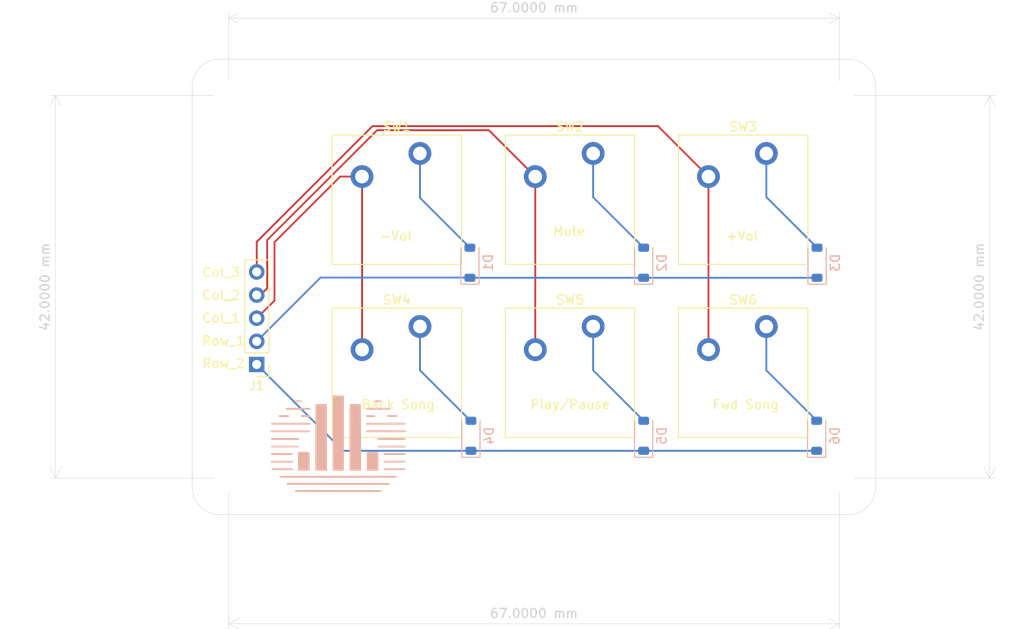
<source format=kicad_pcb>
(kicad_pcb (version 20240108) (generator "pcbnew") (generator_version "8.0")
  (layers (0 "F.Cu" signal) (31 "B.Cu" signal) (34 "B.Paste" user) (35 "F.Paste" user) (36 "B.SilkS" user "B.Silkscreen") (37 "F.SilkS" user "F.Silkscreen") (38 "B.Mask" user) (39 "F.Mask" user) (44 "Edge.Cuts" user))
  (net 0 "")
  (net 1 "Net-(D1-A)")
  (net 2 "Row_1")
  (net 3 "Row_2")
  (net 4 "Net-(D2-A)")
  (net 5 "Net-(D3-A)")
  (net 6 "Net-(D4-A)")
  (net 7 "Net-(D5-A)")
  (net 8 "Net-(D6-A)")
  (net 9 "Column_3")
  (net 10 "Column_2")
  (net 11 "Column_1")
  (footprint "MountingHole:MountingHole_3.2mm_M3" (layer "F.Cu") (at 168 51)
    (property "Reference" "H1" (hide yes))
    (property "Value" "MountingHole")
    (pad "" np_thru_hole circle (at 0 0) (size 3.2 3.2) (drill 3.2) (layers "*.Cu" "*.Mask"))
  )
  (footprint "MountingHole:MountingHole_3.2mm_M3" (layer "F.Cu") (at 101 93)
    (property "Reference" "H3" (hide yes))
    (property "Value" "MountingHole")
    (pad "" np_thru_hole circle (at 0 0) (size 3.2 3.2) (drill 3.2) (layers "*.Cu" "*.Mask"))
  )
  (footprint "MountingHole:MountingHole_3.2mm_M3" (layer "F.Cu") (at 168 93)
    (property "Reference" "H4" (hide yes))
    (property "Value" "MountingHole")
    (pad "" np_thru_hole circle (at 0 0) (size 3.2 3.2) (drill 3.2) (layers "*.Cu" "*.Mask"))
  )
  (footprint "PCM_Switch_Keyboard_Cherry_MX:SW_Cherry_MX_PCB_1.00u" (layer "F.Cu") (at 119.45125 81.43)
    (property "Reference" "SW4" (at 0 -8 0) (layer "F.SilkS"))
    (property "Value" "SW_Push_45deg")
    (pad "" np_thru_hole circle (at -5.08 0) (size 1.75 1.75) (drill 1.75) (layers "*.Cu" "*.Mask"))
    (pad "" np_thru_hole circle (at 0 0) (size 4 4) (drill 4) (layers "*.Cu" "*.Mask"))
    (pad "" np_thru_hole circle (at 5.08 0) (size 1.75 1.75) (drill 1.75) (layers "*.Cu" "*.Mask"))
    (pad "1" thru_hole circle (at -3.81 -2.54) (size 2.5 2.5) (drill 1.5) (layers "*.Cu" "*.Mask") (net 11 "Column_1"))
    (pad "2" thru_hole circle (at 2.54 -5.08) (size 2.5 2.5) (drill 1.5) (layers "*.Cu" "*.Mask") (net 6 "Net-(D4-A)"))
  )
  (footprint "Connector_PinHeader_2.54mm:PinHeader_1x05_P2.54mm_Vertical" (layer "F.Cu") (at 104.08125 80.52 180)
    (property "Reference" "J1" (at 0 -2.33 180) (layer "F.SilkS"))
    (property "Value" "Conn_01x05_Pin")
    (pad "1" thru_hole rect (at 0 0 180) (size 1.7 1.7) (drill 1) (layers "*.Cu" "*.Mask") (net 3 "Row_2"))
    (pad "2" thru_hole oval (at 0 2.54 180) (size 1.7 1.7) (drill 1) (layers "*.Cu" "*.Mask") (net 2 "Row_1"))
    (pad "3" thru_hole oval (at 0 5.08 180) (size 1.7 1.7) (drill 1) (layers "*.Cu" "*.Mask") (net 11 "Column_1"))
    (pad "4" thru_hole oval (at 0 7.62 180) (size 1.7 1.7) (drill 1) (layers "*.Cu" "*.Mask") (net 10 "Column_2"))
    (pad "5" thru_hole oval (at 0 10.16 180) (size 1.7 1.7) (drill 1) (layers "*.Cu" "*.Mask") (net 9 "Column_3"))
  )
  (footprint "PCM_Switch_Keyboard_Cherry_MX:SW_Cherry_MX_PCB_1.00u" (layer "F.Cu") (at 157.45125 81.43)
    (property "Reference" "SW6" (at 0 -8 0) (layer "F.SilkS"))
    (property "Value" "SW_Push_45deg")
    (pad "" np_thru_hole circle (at -5.08 0) (size 1.75 1.75) (drill 1.75) (layers "*.Cu" "*.Mask"))
    (pad "" np_thru_hole circle (at 0 0) (size 4 4) (drill 4) (layers "*.Cu" "*.Mask"))
    (pad "" np_thru_hole circle (at 5.08 0) (size 1.75 1.75) (drill 1.75) (layers "*.Cu" "*.Mask"))
    (pad "1" thru_hole circle (at -3.81 -2.54) (size 2.5 2.5) (drill 1.5) (layers "*.Cu" "*.Mask") (net 9 "Column_3"))
    (pad "2" thru_hole circle (at 2.54 -5.08) (size 2.5 2.5) (drill 1.5) (layers "*.Cu" "*.Mask") (net 8 "Net-(D6-A)"))
  )
  (footprint "PCM_Switch_Keyboard_Cherry_MX:SW_Cherry_MX_PCB_1.00u" (layer "F.Cu") (at 119.44125 62.43)
    (property "Reference" "SW1" (at 0 -8 0) (layer "F.SilkS"))
    (property "Value" "SW_Push_45deg")
    (pad "" np_thru_hole circle (at -5.08 0) (size 1.75 1.75) (drill 1.75) (layers "*.Cu" "*.Mask"))
    (pad "" np_thru_hole circle (at 0 0) (size 4 4) (drill 4) (layers "*.Cu" "*.Mask"))
    (pad "" np_thru_hole circle (at 5.08 0) (size 1.75 1.75) (drill 1.75) (layers "*.Cu" "*.Mask"))
    (pad "1" thru_hole circle (at -3.81 -2.54) (size 2.5 2.5) (drill 1.5) (layers "*.Cu" "*.Mask") (net 11 "Column_1"))
    (pad "2" thru_hole circle (at 2.54 -5.08) (size 2.5 2.5) (drill 1.5) (layers "*.Cu" "*.Mask") (net 1 "Net-(D1-A)"))
  )
  (footprint "PCM_Switch_Keyboard_Cherry_MX:SW_Cherry_MX_PCB_1.00u" (layer "F.Cu") (at 138.45125 62.43)
    (property "Reference" "SW2" (at 0 -8 0) (layer "F.SilkS"))
    (property "Value" "SW_Push_45deg")
    (pad "" np_thru_hole circle (at -5.08 0) (size 1.75 1.75) (drill 1.75) (layers "*.Cu" "*.Mask"))
    (pad "" np_thru_hole circle (at 0 0) (size 4 4) (drill 4) (layers "*.Cu" "*.Mask"))
    (pad "" np_thru_hole circle (at 5.08 0) (size 1.75 1.75) (drill 1.75) (layers "*.Cu" "*.Mask"))
    (pad "1" thru_hole circle (at -3.81 -2.54) (size 2.5 2.5) (drill 1.5) (layers "*.Cu" "*.Mask") (net 10 "Column_2"))
    (pad "2" thru_hole circle (at 2.54 -5.08) (size 2.5 2.5) (drill 1.5) (layers "*.Cu" "*.Mask") (net 4 "Net-(D2-A)"))
  )
  (footprint "MountingHole:MountingHole_3.2mm_M3" (layer "F.Cu") (at 101 51)
    (property "Reference" "H2" (hide yes))
    (property "Value" "MountingHole")
    (pad "" np_thru_hole circle (at 0 0) (size 3.2 3.2) (drill 3.2) (layers "*.Cu" "*.Mask"))
  )
  (footprint "PCM_Switch_Keyboard_Cherry_MX:SW_Cherry_MX_PCB_1.00u" (layer "F.Cu") (at 138.45125 81.43)
    (property "Reference" "SW5" (at 0 -8 0) (layer "F.SilkS"))
    (property "Value" "SW_Push_45deg")
    (pad "" np_thru_hole circle (at -5.08 0) (size 1.75 1.75) (drill 1.75) (layers "*.Cu" "*.Mask"))
    (pad "" np_thru_hole circle (at 0 0) (size 4 4) (drill 4) (layers "*.Cu" "*.Mask"))
    (pad "" np_thru_hole circle (at 5.08 0) (size 1.75 1.75) (drill 1.75) (layers "*.Cu" "*.Mask"))
    (pad "1" thru_hole circle (at -3.81 -2.54) (size 2.5 2.5) (drill 1.5) (layers "*.Cu" "*.Mask") (net 10 "Column_2"))
    (pad "2" thru_hole circle (at 2.54 -5.08) (size 2.5 2.5) (drill 1.5) (layers "*.Cu" "*.Mask") (net 7 "Net-(D5-A)"))
  )
  (footprint "PCM_Switch_Keyboard_Cherry_MX:SW_Cherry_MX_PCB_1.00u" (layer "F.Cu") (at 157.45125 62.43)
    (property "Reference" "SW3" (at 0 -8 0) (layer "F.SilkS"))
    (property "Value" "SW_Push_45deg")
    (pad "" np_thru_hole circle (at -5.08 0) (size 1.75 1.75) (drill 1.75) (layers "*.Cu" "*.Mask"))
    (pad "" np_thru_hole circle (at 0 0) (size 4 4) (drill 4) (layers "*.Cu" "*.Mask"))
    (pad "" np_thru_hole circle (at 5.08 0) (size 1.75 1.75) (drill 1.75) (layers "*.Cu" "*.Mask"))
    (pad "1" thru_hole circle (at -3.81 -2.54) (size 2.5 2.5) (drill 1.5) (layers "*.Cu" "*.Mask") (net 9 "Column_3"))
    (pad "2" thru_hole circle (at 2.54 -5.08) (size 2.5 2.5) (drill 1.5) (layers "*.Cu" "*.Mask") (net 5 "Net-(D3-A)"))
  )
  (footprint "Diode_SMD:D_SOD-123" (layer "B.Cu") (at 127.58125 88.35 90)
    (property "Reference" "D4" (at 0 2 270) (layer "B.SilkS") (effects (justify mirror)))
    (property "Value" "1N4148W")
    (pad "1" smd roundrect (at -1.65 0 90) (size 0.9 1.2) (layers "B.Cu" "B.Paste" "B.Mask") (net 3 "Row_2"))
    (pad "2" smd roundrect (at 1.65 0 90) (size 0.9 1.2) (layers "B.Cu" "B.Paste" "B.Mask") (net 6 "Net-(D4-A)"))
  )
  (footprint "Diode_SMD:D_SOD-123" (layer "B.Cu") (at 146.53125 69.35 90)
    (property "Reference" "D2" (at 0 2 270) (layer "B.SilkS") (effects (justify mirror)))
    (property "Value" "1N4148W")
    (pad "1" smd roundrect (at -1.65 0 90) (size 0.9 1.2) (layers "B.Cu" "B.Paste" "B.Mask") (net 2 "Row_1"))
    (pad "2" smd roundrect (at 1.65 0 90) (size 0.9 1.2) (layers "B.Cu" "B.Paste" "B.Mask") (net 4 "Net-(D2-A)"))
  )
  (footprint "Diode_SMD:D_SOD-123" (layer "B.Cu") (at 165.50875 88.35 90)
    (property "Reference" "D6" (at 0 2 270) (layer "B.SilkS") (effects (justify mirror)))
    (property "Value" "1N4148W")
    (pad "1" smd roundrect (at -1.65 0 90) (size 0.9 1.2) (layers "B.Cu" "B.Paste" "B.Mask") (net 3 "Row_2"))
    (pad "2" smd roundrect (at 1.65 0 90) (size 0.9 1.2) (layers "B.Cu" "B.Paste" "B.Mask") (net 8 "Net-(D6-A)"))
  )
  (footprint "Pics_&_CustomParts:Logo" (layer "B.Cu") (at 113 89 180)
    (property "Reference" "G***" (hide yes))
    (property "Value" "LOGO" (hide yes))
  )
  (footprint "Diode_SMD:D_SOD-123" (layer "B.Cu") (at 146.53125 88.35 90)
    (property "Reference" "D5" (at 0 2 270) (layer "B.SilkS") (effects (justify mirror)))
    (property "Value" "1N4148W")
    (pad "1" smd roundrect (at -1.65 0 90) (size 0.9 1.2) (layers "B.Cu" "B.Paste" "B.Mask") (net 3 "Row_2"))
    (pad "2" smd roundrect (at 1.65 0 90) (size 0.9 1.2) (layers "B.Cu" "B.Paste" "B.Mask") (net 7 "Net-(D5-A)"))
  )
  (footprint "Diode_SMD:D_SOD-123" (layer "B.Cu") (at 127.46875 69.35 90)
    (property "Reference" "D1" (at 0 2 270) (layer "B.SilkS") (effects (justify mirror)))
    (property "Value" "1N4148W")
    (pad "1" smd roundrect (at -1.65 0 90) (size 0.9 1.2) (layers "B.Cu" "B.Paste" "B.Mask") (net 2 "Row_1"))
    (pad "2" smd roundrect (at 1.65 0 90) (size 0.9 1.2) (layers "B.Cu" "B.Paste" "B.Mask") (net 1 "Net-(D1-A)"))
  )
  (footprint "Diode_SMD:D_SOD-123" (layer "B.Cu") (at 165.55625 69.35 90)
    (property "Reference" "D3" (at 0 2 270) (layer "B.SilkS") (effects (justify mirror)))
    (property "Value" "1N4148W")
    (pad "1" smd roundrect (at -1.65 0 90) (size 0.9 1.2) (layers "B.Cu" "B.Paste" "B.Mask") (net 2 "Row_1"))
    (pad "2" smd roundrect (at 1.65 0 90) (size 0.9 1.2) (layers "B.Cu" "B.Paste" "B.Mask") (net 5 "Net-(D3-A)"))
  )
  (gr_line (start 100 47) (end 169 47) (stroke (width 0.05)) (layer "Edge.Cuts"))
  (gr_arc (start 97 50) (mid 97.87868 47.87868) (end 100 47) (stroke (width 0.05)) (layer "Edge.Cuts"))
  (gr_arc (start 172 94) (mid 171.12132 96.12132) (end 169 97) (stroke (width 0.05)) (layer "Edge.Cuts"))
  (gr_line (start 97 50) (end 97 94) (stroke (width 0.05)) (layer "Edge.Cuts"))
  (gr_arc (start 169 47) (mid 171.12132 47.87868) (end 172 50) (stroke (width 0.05)) (layer "Edge.Cuts"))
  (gr_arc (start 100 97) (mid 97.87868 96.12132) (end 97 94) (stroke (width 0.05)) (layer "Edge.Cuts"))
  (gr_line (start 172 50) (end 172 94) (stroke (width 0.05)) (layer "Edge.Cuts"))
  (gr_line (start 169 97) (end 100 97) (stroke (width 0.05)) (layer "Edge.Cuts"))
  (gr_text "Mute" (at 136.5 66.5 0) (layer "F.SilkS") (effects (font (size 1 1)) (justify left bottom)))
  (gr_text "Col_1\n" (at 98 76 0) (layer "F.SilkS") (effects (font (size 1 1)) (justify left bottom)))
  (gr_text "Play/Pause" (at 134 85.5 0) (layer "F.SilkS") (effects (font (size 1 1)) (justify left bottom)))
  (gr_text "Col_2\n" (at 98 73.5 0) (layer "F.SilkS") (effects (font (size 1 1)) (justify left bottom)))
  (gr_text "Fwd Song\n" (at 154 85.5 0) (layer "F.SilkS") (effects (font (size 1 1)) (justify left bottom)))
  (gr_text "-Vol" (at 117.5 67 0) (layer "F.SilkS") (effects (font (size 1 1)) (justify left bottom)))
  (gr_text "Row_1\n" (at 98 78.5 0) (layer "F.SilkS") (effects (font (size 1 1)) (justify left bottom)))
  (gr_text "Back Song" (at 115.5 85.5 0) (layer "F.SilkS") (effects (font (size 1 1)) (justify left bottom)))
  (gr_text "Row_2" (at 98 81 0) (layer "F.SilkS") (effects (font (size 1 1)) (justify left bottom)))
  (gr_text "+Vol" (at 155.5 67 0) (layer "F.SilkS") (effects (font (size 1 1)) (justify left bottom)))
  (gr_text "Col_3" (at 98 71 0) (layer "F.SilkS") (effects (font (size 1 1)) (justify left bottom)))
  (dimension (type aligned) (layer "Edge.Cuts") (pts (xy 168 51) (xy 168 93)) (height -16.5) (gr_text "42.0000 mm" (at 183.35 72 90) (layer "Edge.Cuts") (effects (font (size 1 1) (thickness 0.15)))) (format (prefix "") (suffix "") (units 3) (units_format 1) (precision 4)) (style (thickness 0.05) (arrow_length 1.27) (text_position_mode 0) (extension_height 0.58642) (extension_offset 0.5) keep_text_aligned))
  (dimension (type aligned) (layer "Edge.Cuts") (pts (xy 101 51) (xy 168 51)) (height -8.5) (gr_text "67.0000 mm" (at 134.5 41.35 0) (layer "Edge.Cuts") (effects (font (size 1 1) (thickness 0.15)))) (format (prefix "") (suffix "") (units 3) (units_format 1) (precision 4)) (style (thickness 0.05) (arrow_length 1.27) (text_position_mode 0) (extension_height 0.58642) (extension_offset 0.5) keep_text_aligned))
  (dimension (type aligned) (layer "Edge.Cuts") (pts (xy 101 51) (xy 101 93)) (height 19) (gr_text "42.0000 mm" (at 80.85 72 90) (layer "Edge.Cuts") (effects (font (size 1 1) (thickness 0.15)))) (format (prefix "") (suffix "") (units 3) (units_format 1) (precision 4)) (style (thickness 0.05) (arrow_length 1.27) (text_position_mode 0) (extension_height 0.58642) (extension_offset 0.5) keep_text_aligned))
  (dimension (type aligned) (layer "Edge.Cuts") (pts (xy 168 93) (xy 101 93)) (height -16) (gr_text "67.0000 mm" (at 134.5 107.85 0) (layer "Edge.Cuts") (effects (font (size 1 1) (thickness 0.15)))) (format (prefix "") (suffix "") (units 3) (units_format 1) (precision 4)) (style (thickness 0.05) (arrow_length 1.27) (text_position_mode 0) (extension_height 0.58642) (extension_offset 0.5) keep_text_aligned))
  (segment (start 121.99125 57.35) (end 121.99125 62.2225) (width 0.2) (layer "B.Cu") (net 1))
  (segment (start 121.99125 62.2225) (end 127.46875 67.7) (width 0.2) (layer "B.Cu") (net 1))
  (segment (start 146.53125 71) (end 165.55625 71) (width 0.2) (layer "B.Cu") (net 2))
  (segment (start 111.08375 70.9775) (end 127.46875 70.9775) (width 0.2) (layer "B.Cu") (net 2))
  (segment (start 127.46875 70.9775) (end 127.54125 71.05) (width 0.2) (layer "B.Cu") (net 2))
  (segment (start 165.50875 70.9775) (end 165.53125 71) (width 0.2) (layer "B.Cu") (net 2))
  (segment (start 104.08125 77.98) (end 111.08375 70.9775) (width 0.2) (layer "B.Cu") (net 2))
  (segment (start 127.46875 71) (end 146.53125 71) (width 0.2) (layer "B.Cu") (net 2))
  (segment (start 146.48125 71.05) (end 146.53125 71) (width 0.2) (layer "B.Cu") (net 2))
  (segment (start 127.58125 90) (end 146.53125 90) (width 0.2) (layer "B.Cu") (net 3))
  (segment (start 104.08125 80.52) (end 113.56125 90) (width 0.2) (layer "B.Cu") (net 3))
  (segment (start 146.53125 90) (end 165.50875 90) (width 0.2) (layer "B.Cu") (net 3))
  (segment (start 113.56125 90) (end 127.58125 90) (width 0.2) (layer "B.Cu") (net 3))
  (segment (start 140.99125 57.35) (end 140.99125 62.16) (width 0.2) (layer "B.Cu") (net 4))
  (segment (start 140.99125 62.16) (end 146.53125 67.7) (width 0.2) (layer "B.Cu") (net 4))
  (segment (start 159.99125 57.35) (end 159.99125 62.135) (width 0.2) (layer "B.Cu") (net 5))
  (segment (start 159.99125 62.135) (end 165.55625 67.7) (width 0.2) (layer "B.Cu") (net 5))
  (segment (start 121.99125 81.16) (end 127.58125 86.75) (width 0.2) (layer "B.Cu") (net 6))
  (segment (start 121.99125 76.35) (end 121.99125 81.16) (width 0.2) (layer "B.Cu") (net 6))
  (segment (start 140.99125 81.16) (end 146.53125 86.7) (width 0.2) (layer "B.Cu") (net 7))
  (segment (start 140.99125 76.35) (end 140.99125 81.16) (width 0.2) (layer "B.Cu") (net 7))
  (segment (start 159.99125 76.35) (end 159.99125 81.16) (width 0.2) (layer "B.Cu") (net 8))
  (segment (start 159.99125 81.16) (end 165.50875 86.6775) (width 0.2) (layer "B.Cu") (net 8))
  (segment (start 104.08125 70.36) (end 104.08125 67.05) (width 0.2) (layer "F.Cu") (net 9))
  (segment (start 148.10125 54.35) (end 153.64125 59.89) (width 0.2) (layer "F.Cu") (net 9))
  (segment (start 153.64125 59.89) (end 153.64125 78.89) (width 0.2) (layer "F.Cu") (net 9))
  (segment (start 104.08125 67.05) (end 116.78125 54.35) (width 0.2) (layer "F.Cu") (net 9))
  (segment (start 116.78125 54.35) (end 148.10125 54.35) (width 0.2) (layer "F.Cu") (net 9))
  (segment (start 105.23125 66.85) (end 117.28125 54.8) (width 0.2) (layer "F.Cu") (net 10))
  (segment (start 104.08125 72.9) (end 104.48125 72.9) (width 0.2) (layer "F.Cu") (net 10))
  (segment (start 104.48125 72.9) (end 105.23125 72.15) (width 0.2) (layer "F.Cu") (net 10))
  (segment (start 129.55125 54.8) (end 134.64125 59.89) (width 0.2) (layer "F.Cu") (net 10))
  (segment (start 134.64125 59.89) (end 134.64125 78.89) (width 0.2) (layer "F.Cu") (net 10))
  (segment (start 105.23125 72.15) (end 105.23125 66.85) (width 0.2) (layer "F.Cu") (net 10))
  (segment (start 117.28125 54.8) (end 129.55125 54.8) (width 0.2) (layer "F.Cu") (net 10))
  (segment (start 106.03125 73.5) (end 106.03125 67.1) (width 0.2) (layer "F.Cu") (net 11))
  (segment (start 106.03125 67.1) (end 113.24125 59.89) (width 0.2) (layer "F.Cu") (net 11))
  (segment (start 115.64125 59.89) (end 115.64125 78.89) (width 0.2) (layer "F.Cu") (net 11))
  (segment (start 113.24125 59.89) (end 115.63125 59.89) (width 0.2) (layer "F.Cu") (net 11))
  (segment (start 104.09125 75.44) (end 106.03125 73.5) (width 0.2) (layer "F.Cu") (net 11))
  (segment (start 104.08125 75.44) (end 104.09125 75.44) (width 0.2) (layer "F.Cu") (net 11))
)
</source>
